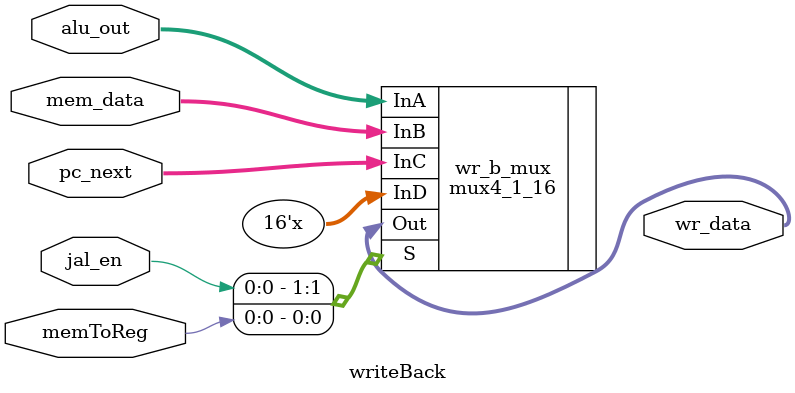
<source format=v>
module writeBack(mem_data, alu_out, pc_next, jal_en, memToReg, wr_data);

   input [15:0] mem_data, alu_out, pc_next;
   input jal_en, memToReg;

   output [15:0] wr_data;

   //S = 00 out = InA, S = 01 out = InB, S = 10 out = InC, S = 11 out = X
   mux4_1_16 wr_b_mux(.InA(alu_out), .InB(mem_data), .InC(pc_next), 
	              .InD(16'bx), .S({jal_en, memToReg}), .Out(wr_data));

endmodule

</source>
